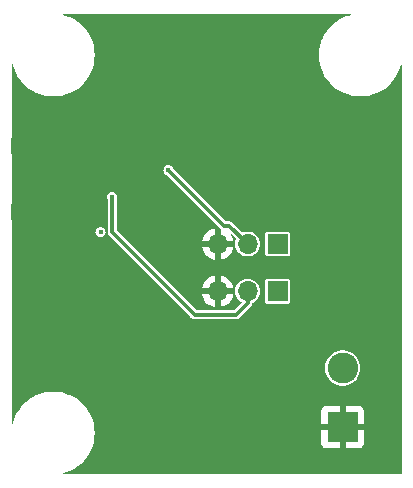
<source format=gbr>
%TF.GenerationSoftware,KiCad,Pcbnew,8.0.2*%
%TF.CreationDate,2025-01-11T01:27:01-03:00*%
%TF.ProjectId,LMH34400,4c4d4833-3434-4303-902e-6b696361645f,rev?*%
%TF.SameCoordinates,Original*%
%TF.FileFunction,Copper,L4,Bot*%
%TF.FilePolarity,Positive*%
%FSLAX46Y46*%
G04 Gerber Fmt 4.6, Leading zero omitted, Abs format (unit mm)*
G04 Created by KiCad (PCBNEW 8.0.2) date 2025-01-11 01:27:01*
%MOMM*%
%LPD*%
G01*
G04 APERTURE LIST*
%TA.AperFunction,ComponentPad*%
%ADD10R,2.600000X2.600000*%
%TD*%
%TA.AperFunction,ComponentPad*%
%ADD11C,2.600000*%
%TD*%
%TA.AperFunction,ComponentPad*%
%ADD12R,1.700000X1.700000*%
%TD*%
%TA.AperFunction,ComponentPad*%
%ADD13O,1.700000X1.700000*%
%TD*%
%TA.AperFunction,SMDPad,CuDef*%
%ADD14R,4.200000X1.350000*%
%TD*%
%TA.AperFunction,SMDPad,CuDef*%
%ADD15R,1.350000X4.200000*%
%TD*%
%TA.AperFunction,ViaPad*%
%ADD16C,0.450000*%
%TD*%
%TA.AperFunction,Conductor*%
%ADD17C,0.349300*%
%TD*%
G04 APERTURE END LIST*
D10*
%TO.P,J3,1,Pin_1*%
%TO.N,GND*%
X135500000Y-88500000D03*
D11*
%TO.P,J3,2,Pin_2*%
%TO.N,Net-(J3-Pin_2)*%
X135500000Y-83500000D03*
%TD*%
D12*
%TO.P,J5,1,Pin_1*%
%TO.N,VCC*%
X130000000Y-73000000D03*
D13*
%TO.P,J5,2,Pin_2*%
%TO.N,Net-(J5-Pin_2)*%
X127460000Y-73000000D03*
%TO.P,J5,3,Pin_3*%
%TO.N,GND*%
X124920000Y-73000000D03*
%TD*%
D12*
%TO.P,J4,1,Pin_1*%
%TO.N,VCC*%
X130000000Y-77000000D03*
D13*
%TO.P,J4,2,Pin_2*%
%TO.N,Net-(J4-Pin_2)*%
X127460000Y-77000000D03*
%TO.P,J4,3,Pin_3*%
%TO.N,GND*%
X124920000Y-77000000D03*
%TD*%
D14*
%TO.P,J2,2,Ext*%
%TO.N,GND*%
X109500000Y-64675000D03*
X109500000Y-70325000D03*
%TD*%
%TO.P,J6,2,Ext*%
%TO.N,GND*%
X138337500Y-71325000D03*
X138337500Y-65675000D03*
%TD*%
D15*
%TO.P,J1,2,Ext*%
%TO.N,GND*%
X121175000Y-90337500D03*
X126825000Y-90337500D03*
%TD*%
D16*
%TO.N,GND*%
X135500000Y-71000000D03*
X120500000Y-88000000D03*
X120500003Y-67916096D03*
X121000000Y-71000000D03*
X135500000Y-66000000D03*
X112000000Y-71000000D03*
X121500000Y-88000000D03*
X135500000Y-72000000D03*
X112000000Y-70000000D03*
X126000000Y-88000000D03*
X112000000Y-65000000D03*
X119500000Y-77500000D03*
X127500000Y-88000000D03*
X112000000Y-64000000D03*
X135500000Y-65000000D03*
X121000000Y-73000000D03*
X121000000Y-75000000D03*
%TO.N,VCC*%
X115000000Y-72000000D03*
%TO.N,Net-(J4-Pin_2)*%
X116000000Y-69000000D03*
%TO.N,Net-(J5-Pin_2)*%
X120750000Y-66750000D03*
%TD*%
D17*
%TO.N,Net-(J4-Pin_2)*%
X127460000Y-77000000D02*
X127460000Y-78000000D01*
X127460000Y-78000000D02*
X126460000Y-79000000D01*
X116000000Y-72000000D02*
X116000000Y-69000000D01*
X123000000Y-79000000D02*
X116000000Y-72000000D01*
X126460000Y-79000000D02*
X123000000Y-79000000D01*
%TO.N,Net-(J5-Pin_2)*%
X125460000Y-71460000D02*
X125920000Y-71460000D01*
X120750000Y-66750000D02*
X125460000Y-71460000D01*
X125920000Y-71460000D02*
X127460000Y-73000000D01*
%TD*%
%TA.AperFunction,Conductor*%
%TO.N,GND*%
G36*
X136199740Y-53514352D02*
G01*
X136214092Y-53549000D01*
X136199740Y-53583648D01*
X136177774Y-53596330D01*
X135916813Y-53666254D01*
X135916807Y-53666256D01*
X135916803Y-53666257D01*
X135916801Y-53666258D01*
X135819831Y-53703480D01*
X135574262Y-53797745D01*
X135247349Y-53964317D01*
X134939629Y-54164151D01*
X134939627Y-54164153D01*
X134654498Y-54395047D01*
X134654483Y-54395060D01*
X134395060Y-54654483D01*
X134395047Y-54654498D01*
X134164153Y-54939627D01*
X134164151Y-54939629D01*
X133964317Y-55247349D01*
X133797745Y-55574262D01*
X133756745Y-55681072D01*
X133694459Y-55843336D01*
X133666256Y-55916807D01*
X133666254Y-55916813D01*
X133571295Y-56271204D01*
X133513897Y-56633604D01*
X133494696Y-57000000D01*
X133513897Y-57366395D01*
X133571295Y-57728795D01*
X133666254Y-58083186D01*
X133666256Y-58083192D01*
X133666258Y-58083199D01*
X133750612Y-58302952D01*
X133797745Y-58425737D01*
X133819875Y-58469169D01*
X133963221Y-58750500D01*
X133964317Y-58752650D01*
X134164151Y-59060370D01*
X134164153Y-59060372D01*
X134395047Y-59345501D01*
X134395060Y-59345516D01*
X134654483Y-59604939D01*
X134654490Y-59604945D01*
X134654494Y-59604949D01*
X134654498Y-59604952D01*
X134939627Y-59835846D01*
X134939629Y-59835848D01*
X134939634Y-59835851D01*
X135247348Y-60035682D01*
X135574264Y-60202255D01*
X135916801Y-60333742D01*
X136271206Y-60428705D01*
X136633596Y-60486102D01*
X137000000Y-60505304D01*
X137366404Y-60486102D01*
X137728794Y-60428705D01*
X138083199Y-60333742D01*
X138425736Y-60202255D01*
X138752652Y-60035682D01*
X139060366Y-59835851D01*
X139345506Y-59604949D01*
X139604949Y-59345506D01*
X139835851Y-59060366D01*
X140035682Y-58752652D01*
X140202255Y-58425736D01*
X140333742Y-58083199D01*
X140403670Y-57822224D01*
X140426500Y-57792472D01*
X140463682Y-57787577D01*
X140493435Y-57810407D01*
X140500000Y-57834907D01*
X140500000Y-92451000D01*
X140485648Y-92485648D01*
X140451000Y-92500000D01*
X111834908Y-92500000D01*
X111800260Y-92485648D01*
X111785908Y-92451000D01*
X111800260Y-92416352D01*
X111822226Y-92403670D01*
X111884631Y-92386948D01*
X112083199Y-92333742D01*
X112425736Y-92202255D01*
X112752652Y-92035682D01*
X113060366Y-91835851D01*
X113345506Y-91604949D01*
X113604949Y-91345506D01*
X113835851Y-91060366D01*
X114035682Y-90752652D01*
X114202255Y-90425736D01*
X114333742Y-90083199D01*
X114428705Y-89728794D01*
X114486102Y-89366404D01*
X114505304Y-89000000D01*
X114486102Y-88633596D01*
X114428705Y-88271206D01*
X114333742Y-87916801D01*
X114202255Y-87574264D01*
X114035682Y-87247348D01*
X113973870Y-87152165D01*
X133700000Y-87152165D01*
X133700000Y-88250000D01*
X134899999Y-88250000D01*
X134874979Y-88310402D01*
X134850000Y-88435981D01*
X134850000Y-88564019D01*
X134874979Y-88689598D01*
X134899999Y-88750000D01*
X133700000Y-88750000D01*
X133700000Y-89847834D01*
X133706401Y-89907372D01*
X133706401Y-89907373D01*
X133756648Y-90042091D01*
X133842811Y-90157188D01*
X133957908Y-90243351D01*
X134092626Y-90293598D01*
X134152166Y-90300000D01*
X135250000Y-90300000D01*
X135250000Y-89100001D01*
X135310402Y-89125021D01*
X135435981Y-89150000D01*
X135564019Y-89150000D01*
X135689598Y-89125021D01*
X135750000Y-89100001D01*
X135750000Y-90300000D01*
X136847834Y-90300000D01*
X136907372Y-90293598D01*
X136907373Y-90293598D01*
X137042091Y-90243351D01*
X137157188Y-90157188D01*
X137243351Y-90042091D01*
X137293598Y-89907373D01*
X137293598Y-89907372D01*
X137300000Y-89847834D01*
X137300000Y-88750000D01*
X136100001Y-88750000D01*
X136125021Y-88689598D01*
X136150000Y-88564019D01*
X136150000Y-88435981D01*
X136125021Y-88310402D01*
X136100001Y-88250000D01*
X137300000Y-88250000D01*
X137300000Y-87152165D01*
X137293598Y-87092627D01*
X137293598Y-87092626D01*
X137243351Y-86957908D01*
X137157188Y-86842811D01*
X137042091Y-86756648D01*
X136907373Y-86706401D01*
X136847834Y-86700000D01*
X135750000Y-86700000D01*
X135750000Y-87899998D01*
X135689598Y-87874979D01*
X135564019Y-87850000D01*
X135435981Y-87850000D01*
X135310402Y-87874979D01*
X135250000Y-87899998D01*
X135250000Y-86700000D01*
X134152166Y-86700000D01*
X134092627Y-86706401D01*
X134092626Y-86706401D01*
X133957908Y-86756648D01*
X133842811Y-86842811D01*
X133756648Y-86957908D01*
X133706401Y-87092626D01*
X133706401Y-87092627D01*
X133700000Y-87152165D01*
X113973870Y-87152165D01*
X113835851Y-86939634D01*
X113835848Y-86939629D01*
X113835846Y-86939627D01*
X113604952Y-86654498D01*
X113604939Y-86654483D01*
X113345516Y-86395060D01*
X113345501Y-86395047D01*
X113060372Y-86164153D01*
X113060370Y-86164151D01*
X112752650Y-85964317D01*
X112425737Y-85797745D01*
X112302952Y-85750612D01*
X112083199Y-85666258D01*
X112083192Y-85666256D01*
X112083186Y-85666254D01*
X111728795Y-85571295D01*
X111630483Y-85555724D01*
X111366404Y-85513898D01*
X111366399Y-85513897D01*
X111366395Y-85513897D01*
X111000000Y-85494696D01*
X110633604Y-85513897D01*
X110633598Y-85513897D01*
X110633596Y-85513898D01*
X110467826Y-85540153D01*
X110271204Y-85571295D01*
X109916813Y-85666254D01*
X109916807Y-85666256D01*
X109916803Y-85666257D01*
X109916801Y-85666258D01*
X109819831Y-85703480D01*
X109574262Y-85797745D01*
X109247349Y-85964317D01*
X108939629Y-86164151D01*
X108939627Y-86164153D01*
X108654498Y-86395047D01*
X108654483Y-86395060D01*
X108395060Y-86654483D01*
X108395047Y-86654498D01*
X108164153Y-86939627D01*
X108164151Y-86939629D01*
X107964317Y-87247349D01*
X107797745Y-87574262D01*
X107756745Y-87681072D01*
X107694459Y-87843336D01*
X107666256Y-87916807D01*
X107666254Y-87916813D01*
X107596330Y-88177774D01*
X107573500Y-88207527D01*
X107536318Y-88212422D01*
X107506565Y-88189592D01*
X107500000Y-88165092D01*
X107500000Y-83500000D01*
X133994357Y-83500000D01*
X134014892Y-83747821D01*
X134075938Y-83988883D01*
X134175825Y-84216604D01*
X134175832Y-84216616D01*
X134311834Y-84424784D01*
X134480255Y-84607737D01*
X134480256Y-84607738D01*
X134676491Y-84760474D01*
X134676498Y-84760478D01*
X134676500Y-84760479D01*
X134895182Y-84878824D01*
X134895184Y-84878824D01*
X134895190Y-84878828D01*
X135130386Y-84959571D01*
X135375665Y-85000500D01*
X135375668Y-85000500D01*
X135624332Y-85000500D01*
X135624335Y-85000500D01*
X135869614Y-84959571D01*
X136104810Y-84878828D01*
X136323509Y-84760474D01*
X136519744Y-84607738D01*
X136688164Y-84424785D01*
X136824173Y-84216607D01*
X136924063Y-83988881D01*
X136985108Y-83747821D01*
X137005643Y-83500000D01*
X136985108Y-83252179D01*
X136924063Y-83011119D01*
X136824173Y-82783393D01*
X136824171Y-82783390D01*
X136824167Y-82783383D01*
X136688165Y-82575215D01*
X136519744Y-82392262D01*
X136323513Y-82239529D01*
X136323512Y-82239528D01*
X136323509Y-82239526D01*
X136323504Y-82239523D01*
X136323499Y-82239520D01*
X136104817Y-82121175D01*
X136104811Y-82121172D01*
X136104810Y-82121172D01*
X136085962Y-82114701D01*
X135869615Y-82040429D01*
X135808294Y-82030196D01*
X135624335Y-81999500D01*
X135375665Y-81999500D01*
X135228497Y-82024057D01*
X135130384Y-82040429D01*
X134895192Y-82121171D01*
X134895182Y-82121175D01*
X134676500Y-82239520D01*
X134676486Y-82239529D01*
X134480255Y-82392262D01*
X134480254Y-82392262D01*
X134311834Y-82575215D01*
X134175832Y-82783383D01*
X134175825Y-82783395D01*
X134075938Y-83011116D01*
X134014892Y-83252178D01*
X133994357Y-83500000D01*
X107500000Y-83500000D01*
X107500000Y-72000000D01*
X114569196Y-72000000D01*
X114590281Y-72133126D01*
X114590281Y-72133127D01*
X114590282Y-72133128D01*
X114651467Y-72253213D01*
X114651472Y-72253220D01*
X114746779Y-72348527D01*
X114746786Y-72348532D01*
X114826842Y-72389322D01*
X114866874Y-72409719D01*
X115000000Y-72430804D01*
X115133126Y-72409719D01*
X115216420Y-72367278D01*
X115253213Y-72348532D01*
X115253215Y-72348530D01*
X115253220Y-72348528D01*
X115348528Y-72253220D01*
X115360181Y-72230351D01*
X115383289Y-72184997D01*
X115409719Y-72133126D01*
X115430804Y-72000000D01*
X115409719Y-71866874D01*
X115365999Y-71781068D01*
X115348532Y-71746786D01*
X115348527Y-71746779D01*
X115253220Y-71651472D01*
X115253213Y-71651467D01*
X115133128Y-71590282D01*
X115133127Y-71590281D01*
X115133126Y-71590281D01*
X115000000Y-71569196D01*
X114866874Y-71590281D01*
X114866872Y-71590281D01*
X114866871Y-71590282D01*
X114746786Y-71651467D01*
X114746779Y-71651472D01*
X114651472Y-71746779D01*
X114651467Y-71746786D01*
X114590282Y-71866871D01*
X114590281Y-71866872D01*
X114590281Y-71866874D01*
X114569196Y-72000000D01*
X107500000Y-72000000D01*
X107500000Y-69000000D01*
X115569196Y-69000000D01*
X115590281Y-69133126D01*
X115590281Y-69133127D01*
X115590282Y-69133128D01*
X115619509Y-69190488D01*
X115624850Y-69212734D01*
X115624850Y-72049392D01*
X115650415Y-72144801D01*
X115650416Y-72144805D01*
X115699802Y-72230342D01*
X115699804Y-72230344D01*
X115699806Y-72230348D01*
X122699805Y-79230347D01*
X122769653Y-79300195D01*
X122769656Y-79300196D01*
X122769659Y-79300199D01*
X122805805Y-79321066D01*
X122805807Y-79321069D01*
X122805808Y-79321068D01*
X122855197Y-79349584D01*
X122855199Y-79349584D01*
X122855200Y-79349585D01*
X122950606Y-79375149D01*
X122950607Y-79375150D01*
X122950610Y-79375150D01*
X126509393Y-79375150D01*
X126509393Y-79375149D01*
X126604803Y-79349584D01*
X126654192Y-79321068D01*
X126690347Y-79300195D01*
X126760195Y-79230347D01*
X126760194Y-79230347D01*
X127760195Y-78230348D01*
X127809584Y-78144802D01*
X127835150Y-78049390D01*
X127835150Y-78019903D01*
X127849502Y-77985255D01*
X127862088Y-77976851D01*
X127861830Y-77976367D01*
X127863952Y-77975232D01*
X127863954Y-77975232D01*
X128046450Y-77877685D01*
X128206410Y-77746410D01*
X128337685Y-77586450D01*
X128435232Y-77403954D01*
X128495300Y-77205934D01*
X128515583Y-77000000D01*
X128495300Y-76794066D01*
X128435232Y-76596046D01*
X128337685Y-76413550D01*
X128206410Y-76253590D01*
X128056121Y-76130252D01*
X128949500Y-76130252D01*
X128949500Y-77869748D01*
X128961133Y-77928231D01*
X128978882Y-77954795D01*
X129005447Y-77994552D01*
X129032012Y-78012301D01*
X129071769Y-78038867D01*
X129130252Y-78050500D01*
X129130255Y-78050500D01*
X130869745Y-78050500D01*
X130869748Y-78050500D01*
X130928231Y-78038867D01*
X130994552Y-77994552D01*
X131038867Y-77928231D01*
X131050500Y-77869748D01*
X131050500Y-76130252D01*
X131038867Y-76071769D01*
X131007462Y-76024769D01*
X130994552Y-76005447D01*
X130933569Y-75964700D01*
X130928231Y-75961133D01*
X130869748Y-75949500D01*
X129130252Y-75949500D01*
X129071769Y-75961133D01*
X129005447Y-76005447D01*
X128961133Y-76071769D01*
X128949500Y-76130252D01*
X128056121Y-76130252D01*
X128046450Y-76122315D01*
X127863954Y-76024768D01*
X127665934Y-75964700D01*
X127460000Y-75944417D01*
X127254065Y-75964700D01*
X127254064Y-75964700D01*
X127056043Y-76024769D01*
X126873548Y-76122316D01*
X126713590Y-76253590D01*
X126582316Y-76413548D01*
X126484769Y-76596043D01*
X126424700Y-76794064D01*
X126424700Y-76794065D01*
X126424700Y-76794066D01*
X126404417Y-77000000D01*
X126424700Y-77205934D01*
X126484768Y-77403954D01*
X126582315Y-77586450D01*
X126713590Y-77746410D01*
X126873550Y-77877685D01*
X126931424Y-77908619D01*
X126955216Y-77937609D01*
X126951540Y-77974931D01*
X126942974Y-77986481D01*
X126318960Y-78610498D01*
X126284312Y-78624850D01*
X123175688Y-78624850D01*
X123141040Y-78610498D01*
X121280541Y-76749999D01*
X123589363Y-76749999D01*
X123589364Y-76750000D01*
X124486988Y-76750000D01*
X124454075Y-76807007D01*
X124420000Y-76934174D01*
X124420000Y-77065826D01*
X124454075Y-77192993D01*
X124486988Y-77250000D01*
X123589363Y-77250000D01*
X123646566Y-77463483D01*
X123646568Y-77463488D01*
X123746398Y-77677577D01*
X123746405Y-77677589D01*
X123881885Y-77871072D01*
X123881891Y-77871079D01*
X124048920Y-78038108D01*
X124048927Y-78038114D01*
X124242410Y-78173594D01*
X124242422Y-78173601D01*
X124456511Y-78273431D01*
X124456516Y-78273433D01*
X124670000Y-78330634D01*
X124670000Y-77433012D01*
X124727007Y-77465925D01*
X124854174Y-77500000D01*
X124985826Y-77500000D01*
X125112993Y-77465925D01*
X125170000Y-77433012D01*
X125170000Y-78330634D01*
X125383483Y-78273433D01*
X125383488Y-78273431D01*
X125597577Y-78173601D01*
X125597589Y-78173594D01*
X125791072Y-78038114D01*
X125791079Y-78038108D01*
X125958108Y-77871079D01*
X125958114Y-77871072D01*
X126093594Y-77677589D01*
X126093601Y-77677577D01*
X126193431Y-77463488D01*
X126193433Y-77463483D01*
X126250636Y-77250000D01*
X125353012Y-77250000D01*
X125385925Y-77192993D01*
X125420000Y-77065826D01*
X125420000Y-76934174D01*
X125385925Y-76807007D01*
X125353012Y-76750000D01*
X126250636Y-76750000D01*
X126250636Y-76749999D01*
X126193433Y-76536516D01*
X126193432Y-76536511D01*
X126093601Y-76322423D01*
X126093594Y-76322411D01*
X125958114Y-76128927D01*
X125958108Y-76128920D01*
X125791079Y-75961891D01*
X125791072Y-75961885D01*
X125597589Y-75826405D01*
X125597577Y-75826398D01*
X125383488Y-75726568D01*
X125383483Y-75726566D01*
X125170000Y-75669363D01*
X125170000Y-76566988D01*
X125112993Y-76534075D01*
X124985826Y-76500000D01*
X124854174Y-76500000D01*
X124727007Y-76534075D01*
X124670000Y-76566988D01*
X124670000Y-75669363D01*
X124669999Y-75669363D01*
X124456516Y-75726566D01*
X124456511Y-75726567D01*
X124242423Y-75826398D01*
X124242411Y-75826405D01*
X124048927Y-75961885D01*
X124048920Y-75961891D01*
X123881891Y-76128920D01*
X123881885Y-76128927D01*
X123746405Y-76322411D01*
X123746398Y-76322423D01*
X123646567Y-76536511D01*
X123646566Y-76536516D01*
X123589363Y-76749999D01*
X121280541Y-76749999D01*
X116389502Y-71858960D01*
X116375150Y-71824312D01*
X116375150Y-69212734D01*
X116380491Y-69190488D01*
X116409719Y-69133126D01*
X116430804Y-69000000D01*
X116409719Y-68866874D01*
X116389322Y-68826842D01*
X116348532Y-68746786D01*
X116348527Y-68746779D01*
X116253220Y-68651472D01*
X116253213Y-68651467D01*
X116133128Y-68590282D01*
X116133127Y-68590281D01*
X116133126Y-68590281D01*
X116000000Y-68569196D01*
X115866874Y-68590281D01*
X115866872Y-68590281D01*
X115866871Y-68590282D01*
X115746786Y-68651467D01*
X115746779Y-68651472D01*
X115651472Y-68746779D01*
X115651467Y-68746786D01*
X115590282Y-68866871D01*
X115590281Y-68866872D01*
X115590281Y-68866874D01*
X115569196Y-69000000D01*
X107500000Y-69000000D01*
X107500000Y-66750000D01*
X120319196Y-66750000D01*
X120340281Y-66883126D01*
X120340281Y-66883127D01*
X120340282Y-66883128D01*
X120401467Y-67003213D01*
X120401472Y-67003220D01*
X120496779Y-67098527D01*
X120496786Y-67098532D01*
X120574744Y-67138253D01*
X120616874Y-67159719D01*
X120616875Y-67159719D01*
X120620546Y-67160913D01*
X120620248Y-67161827D01*
X120642751Y-67173293D01*
X125155648Y-71686190D01*
X125170000Y-71720838D01*
X125170000Y-72566988D01*
X125112993Y-72534075D01*
X124985826Y-72500000D01*
X124854174Y-72500000D01*
X124727007Y-72534075D01*
X124670000Y-72566988D01*
X124670000Y-71669363D01*
X124669999Y-71669363D01*
X124456516Y-71726566D01*
X124456511Y-71726567D01*
X124242423Y-71826398D01*
X124242411Y-71826405D01*
X124048927Y-71961885D01*
X124048920Y-71961891D01*
X123881891Y-72128920D01*
X123881885Y-72128927D01*
X123746405Y-72322411D01*
X123746398Y-72322423D01*
X123646567Y-72536511D01*
X123646566Y-72536516D01*
X123589363Y-72749999D01*
X123589364Y-72750000D01*
X124486988Y-72750000D01*
X124454075Y-72807007D01*
X124420000Y-72934174D01*
X124420000Y-73065826D01*
X124454075Y-73192993D01*
X124486988Y-73250000D01*
X123589363Y-73250000D01*
X123646566Y-73463483D01*
X123646568Y-73463488D01*
X123746398Y-73677577D01*
X123746405Y-73677589D01*
X123881885Y-73871072D01*
X123881891Y-73871079D01*
X124048920Y-74038108D01*
X124048927Y-74038114D01*
X124242410Y-74173594D01*
X124242422Y-74173601D01*
X124456511Y-74273431D01*
X124456516Y-74273433D01*
X124670000Y-74330634D01*
X124670000Y-73433012D01*
X124727007Y-73465925D01*
X124854174Y-73500000D01*
X124985826Y-73500000D01*
X125112993Y-73465925D01*
X125170000Y-73433012D01*
X125170000Y-74330634D01*
X125383483Y-74273433D01*
X125383488Y-74273431D01*
X125597577Y-74173601D01*
X125597589Y-74173594D01*
X125791072Y-74038114D01*
X125791079Y-74038108D01*
X125958108Y-73871079D01*
X125958114Y-73871072D01*
X126093594Y-73677589D01*
X126093601Y-73677577D01*
X126193431Y-73463488D01*
X126193433Y-73463483D01*
X126250636Y-73250000D01*
X125353012Y-73250000D01*
X125385925Y-73192993D01*
X125420000Y-73065826D01*
X125420000Y-72934174D01*
X125385925Y-72807007D01*
X125353012Y-72750000D01*
X126250636Y-72750000D01*
X126250636Y-72749999D01*
X126193433Y-72536516D01*
X126193432Y-72536511D01*
X126093601Y-72322423D01*
X126093594Y-72322411D01*
X126045159Y-72253240D01*
X126037041Y-72216626D01*
X126057192Y-72184997D01*
X126093806Y-72176879D01*
X126119945Y-72190487D01*
X126473548Y-72544090D01*
X126487900Y-72578738D01*
X126484950Y-72593586D01*
X126485467Y-72593743D01*
X126424700Y-72794064D01*
X126424700Y-72794065D01*
X126424700Y-72794066D01*
X126404417Y-73000000D01*
X126424700Y-73205934D01*
X126484768Y-73403954D01*
X126582315Y-73586450D01*
X126713590Y-73746410D01*
X126873550Y-73877685D01*
X127056046Y-73975232D01*
X127254066Y-74035300D01*
X127460000Y-74055583D01*
X127665934Y-74035300D01*
X127863954Y-73975232D01*
X128046450Y-73877685D01*
X128206410Y-73746410D01*
X128337685Y-73586450D01*
X128435232Y-73403954D01*
X128495300Y-73205934D01*
X128515583Y-73000000D01*
X128495300Y-72794066D01*
X128435232Y-72596046D01*
X128337685Y-72413550D01*
X128206410Y-72253590D01*
X128056121Y-72130252D01*
X128949500Y-72130252D01*
X128949500Y-73869748D01*
X128961133Y-73928231D01*
X128978882Y-73954795D01*
X129005447Y-73994552D01*
X129032012Y-74012301D01*
X129071769Y-74038867D01*
X129130252Y-74050500D01*
X129130255Y-74050500D01*
X130869745Y-74050500D01*
X130869748Y-74050500D01*
X130928231Y-74038867D01*
X130994552Y-73994552D01*
X131038867Y-73928231D01*
X131050500Y-73869748D01*
X131050500Y-72130252D01*
X131038867Y-72071769D01*
X131012301Y-72032012D01*
X130994552Y-72005447D01*
X130933569Y-71964700D01*
X130928231Y-71961133D01*
X130869748Y-71949500D01*
X129130252Y-71949500D01*
X129071769Y-71961133D01*
X129005447Y-72005447D01*
X128976086Y-72049390D01*
X128961133Y-72071769D01*
X128949500Y-72130252D01*
X128056121Y-72130252D01*
X128046450Y-72122315D01*
X127863954Y-72024768D01*
X127665934Y-71964700D01*
X127460000Y-71944417D01*
X127254065Y-71964700D01*
X127254064Y-71964700D01*
X127137696Y-72000000D01*
X127056046Y-72024768D01*
X127056044Y-72024768D01*
X127053743Y-72025467D01*
X127053351Y-72024177D01*
X127019962Y-72024160D01*
X127004090Y-72013548D01*
X126150347Y-71159805D01*
X126114192Y-71138931D01*
X126064804Y-71110416D01*
X126064801Y-71110415D01*
X125969393Y-71084850D01*
X125969390Y-71084850D01*
X125969389Y-71084850D01*
X125635688Y-71084850D01*
X125601040Y-71070498D01*
X121173293Y-66642751D01*
X121161827Y-66620248D01*
X121160913Y-66620546D01*
X121159719Y-66616875D01*
X121159719Y-66616874D01*
X121138253Y-66574744D01*
X121098532Y-66496786D01*
X121098527Y-66496779D01*
X121003220Y-66401472D01*
X121003213Y-66401467D01*
X120883128Y-66340282D01*
X120883127Y-66340281D01*
X120883126Y-66340281D01*
X120750000Y-66319196D01*
X120616874Y-66340281D01*
X120616872Y-66340281D01*
X120616871Y-66340282D01*
X120496786Y-66401467D01*
X120496779Y-66401472D01*
X120401472Y-66496779D01*
X120401467Y-66496786D01*
X120340282Y-66616871D01*
X120340281Y-66616872D01*
X120340281Y-66616874D01*
X120319196Y-66750000D01*
X107500000Y-66750000D01*
X107500000Y-57834907D01*
X107514352Y-57800259D01*
X107549000Y-57785907D01*
X107583648Y-57800259D01*
X107596330Y-57822225D01*
X107666254Y-58083186D01*
X107666256Y-58083192D01*
X107666258Y-58083199D01*
X107750612Y-58302952D01*
X107797745Y-58425737D01*
X107819875Y-58469169D01*
X107963221Y-58750500D01*
X107964317Y-58752650D01*
X108164151Y-59060370D01*
X108164153Y-59060372D01*
X108395047Y-59345501D01*
X108395060Y-59345516D01*
X108654483Y-59604939D01*
X108654490Y-59604945D01*
X108654494Y-59604949D01*
X108654498Y-59604952D01*
X108939627Y-59835846D01*
X108939629Y-59835848D01*
X108939634Y-59835851D01*
X109247348Y-60035682D01*
X109574264Y-60202255D01*
X109916801Y-60333742D01*
X110271206Y-60428705D01*
X110633596Y-60486102D01*
X111000000Y-60505304D01*
X111366404Y-60486102D01*
X111728794Y-60428705D01*
X112083199Y-60333742D01*
X112425736Y-60202255D01*
X112752652Y-60035682D01*
X113060366Y-59835851D01*
X113345506Y-59604949D01*
X113604949Y-59345506D01*
X113835851Y-59060366D01*
X114035682Y-58752652D01*
X114202255Y-58425736D01*
X114333742Y-58083199D01*
X114428705Y-57728794D01*
X114486102Y-57366404D01*
X114505304Y-57000000D01*
X114486102Y-56633596D01*
X114428705Y-56271206D01*
X114333742Y-55916801D01*
X114202255Y-55574264D01*
X114035682Y-55247348D01*
X113835851Y-54939634D01*
X113835848Y-54939629D01*
X113835846Y-54939627D01*
X113604952Y-54654498D01*
X113604939Y-54654483D01*
X113345516Y-54395060D01*
X113345501Y-54395047D01*
X113060372Y-54164153D01*
X113060370Y-54164151D01*
X112752650Y-53964317D01*
X112425737Y-53797745D01*
X112302952Y-53750612D01*
X112083199Y-53666258D01*
X112083192Y-53666256D01*
X112083186Y-53666254D01*
X111822226Y-53596330D01*
X111792473Y-53573500D01*
X111787578Y-53536318D01*
X111810408Y-53506565D01*
X111834908Y-53500000D01*
X136165092Y-53500000D01*
X136199740Y-53514352D01*
G37*
%TD.AperFunction*%
%TD*%
M02*

</source>
